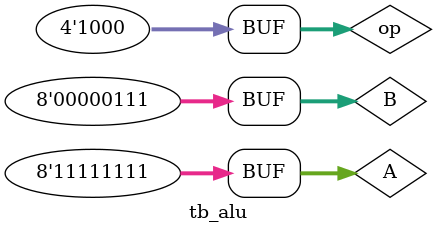
<source format=sv>
`timescale 1ns/100ps
`include "alu.sv"

module tb_alu;
    parameter int width = 8;

    reg [width-1:0] A,B;
    reg [3:0] op;
    wire [width-1:0] Z;

    alu #(.width(width)) dut(.A(A), .B(B), .op(op), .Z(Z));

    initial begin : dump_variables
      $dumpfile("tb_alu.vcd"); 
      $dumpvars(2, dut);
    end

    initial begin: display_variables
        // note: currently only simple signals or constant expressions may be passed to $monitor.
        $monitor ("inputs: a=%b\tb=%b\top=%b\t output=%b", A, B, op, Z);
    end

    initial begin: apply_stimuli
        for(int opI = 0; opI <= 8; opI++)begin
            for(int Ai = 2**(width-2); Ai < 2**width; Ai++)begin
                for(int Bi = 0; Bi < width; Bi++)begin
                    A = Ai;
                    B = Bi;
                    op = opI;
                    #5;
                end
            end
        end
    end
endmodule
</source>
